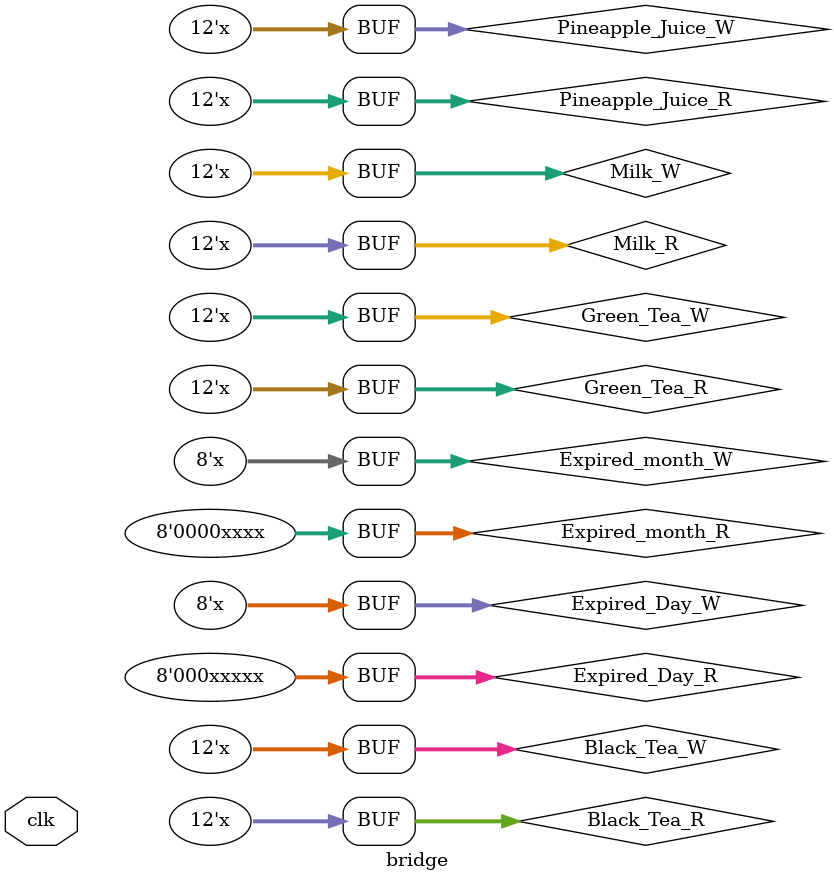
<source format=sv>
module bridge(input clk, INF.bridge_inf inf);

logic [11:0] Black_Tea_R, Green_Tea_R, Milk_R, Pineapple_Juice_R;
logic [7:0] Expired_month_R, Expired_Day_R;

//================================================================
// READ 
//================================================================

assign Black_Tea_R = {inf.R_DATA[51:48] , inf.R_DATA[63:56]};
assign Green_Tea_R = {inf.R_DATA[47:40], inf.R_DATA[55:52]};
assign Expired_month_R = {4'b0000, inf.R_DATA[35:32]};
assign Milk_R = {inf.R_DATA[19:16],inf.R_DATA[31:24]};
assign Pineapple_Juice_R = {inf.R_DATA[15:8],inf.R_DATA[23:20]};
assign Expired_Day_R = {3'b000, inf.R_DATA[4:0]};

//  AR_ADDR
always_ff@(posedge clk or negedge inf.rst_n)begin
	if(!inf.rst_n)
    begin
		inf.AR_ADDR	<=	0;
	end 

    else
    begin
        if(inf.C_in_valid)
        begin
		    inf.AR_ADDR	<=	{1'd1,5'd0,inf.C_addr,3'd0};
        end
	end
end

// AR_VALID
always_ff@(posedge clk , negedge inf.rst_n)begin
	if (!inf.rst_n)
    begin
		inf.AR_VALID <= 0 ; 
	end 

    else 
    begin
        if (inf.AR_READY && inf.AR_VALID)
        begin
		    inf.AR_VALID <= 0 ; 
	    end 
        else if (inf.C_in_valid && inf.C_r_wb == 1)
        begin
		    inf.AR_VALID <= 1 ; 
	    end
    end
end

// R_READY
always_ff@(posedge clk or negedge inf.rst_n)begin
	if(!inf.rst_n)
    begin
		inf.R_READY	<=	0;
	end 

    else
    begin
        if(inf.AR_READY)
        begin
            inf.R_READY	<=	1;
        end 
        else if(inf.R_VALID)
        begin
            inf.R_READY	<=	0;
        end
    end
end

// inf.C_data_r
always_ff@(posedge clk , negedge inf.rst_n)begin
	if (!inf.rst_n)
    begin
		inf.C_data_r <= 0 ;
	end 
    
    else
    begin
        if (inf.R_VALID)
        begin
            // inf.C_data_r <= {Black_Tea_R, Green_Tea_R, Expired_month_R, Milk_R, Pineapple_Juice_R, Expired_Day_R} ;
            inf.C_data_r <= inf.R_DATA;
        end
    end
end

//================================================================
// WRITE
//================================================================

logic [11:0] Black_Tea_W, Green_Tea_W, Milk_W, Pineapple_Juice_W;
logic [7:0] Expired_month_W, Expired_Day_W;

assign Black_Tea_W = inf.C_data_w[63:52];
assign Green_Tea_W = inf.C_data_w[51:40];
assign Expired_month_W = inf.C_data_w[39:32];
assign Milk_W = inf.C_data_w[31:20];
assign Pineapple_Juice_W = inf.C_data_w[19:8];
assign Expired_Day_W = inf.C_data_w[7:0];

// AW_VALID
always_ff@(posedge clk , negedge inf.rst_n)begin
	if (!inf.rst_n)
    begin
		inf.AW_VALID <= 0 ; 
	end 

    else
    begin
        if(inf.AW_READY && inf.AW_VALID)
        begin
		    inf.AW_VALID <= 0 ; 
        end
        else if (inf.C_in_valid && inf.C_r_wb == 0)
        begin
		    inf.AW_VALID <= 1 ; 
	    end
	end
end

// AW_ADDR
always_ff@(posedge clk or negedge inf.rst_n)begin
	if(!inf.rst_n)
    begin
		inf.AW_ADDR	<=	0;
	end 
    
    else
    begin
		if(inf.C_in_valid)
        begin
            inf.AW_ADDR	<=	{1'd1,5'd0,inf.C_addr,3'd0};
        end
	end
end	

// W_VALID
always_ff@(posedge clk or negedge inf.rst_n)begin
	if(!inf.rst_n)
    begin
		inf.W_VALID	<=	0;
	end 
    
    else
    begin
        if(inf.AW_READY)
        begin
            inf.W_VALID	<=	1;
        end 
        else if(inf.W_READY)
        begin
            inf.W_VALID	<=	0;
        end
    end
end

// B_READY
always_ff@(posedge clk or negedge inf.rst_n)begin
	if(!inf.rst_n)
    begin
		inf.B_READY	<=	0;
	end 
    
    else
    begin
        if(inf.AW_READY)
        begin
            inf.B_READY	<=	1;
        end 
        else if(inf.B_VALID)
        begin
            inf.B_READY	<=	0;
        end
    end
end

// W_DATA
always_ff@(posedge clk or negedge inf.rst_n)begin
	if(!inf.rst_n)
    begin
		inf.W_DATA	<=	0;
	end 

    else
    begin
        if(inf.C_in_valid && inf.C_r_wb == 0)
        begin
            // inf.W_DATA	<=	{Black_Tea_W[7:0], Green_Tea_W[3:0], Black_Tea_W[11:8], Green_Tea_W[11:4], Expired_month_W, 
            //                Milk_W[7:0], Pineapple_Juice_W[3:0], Milk_W[11:8], Pineapple_Juice_W[11:4], Expired_Day_W};
            inf.W_DATA <= inf.C_data_w;
        end 
    end
end


//================================================================
// OUTPUT
//================================================================

// C_out_valid
always_ff@(posedge clk or negedge inf.rst_n)begin
	if(!inf.rst_n)
    begin
		inf.C_out_valid <=  0;
	end 
    
    else
    begin
        if(inf.R_VALID) 
        begin
            inf.C_out_valid	<=	1;
	    end 
        else if(inf.B_VALID) 
        begin
            inf.C_out_valid	<=	1;
        end 
        else 
        begin
            inf.C_out_valid	<=	0;
        end
    end
end
endmodule
</source>
